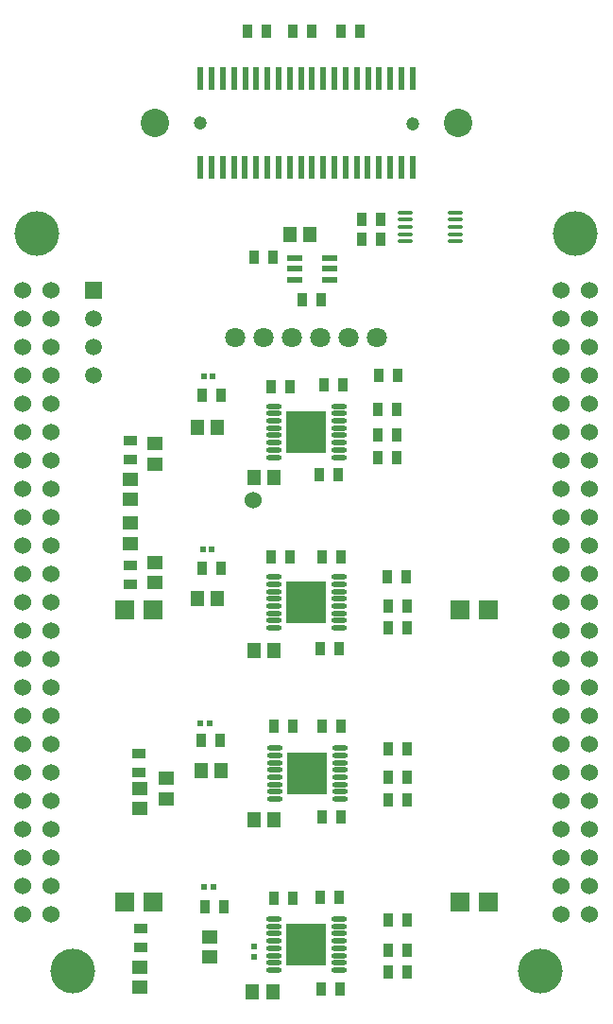
<source format=gbr>
G04 Layer_Color=255*
%FSLAX26Y26*%
%MOIN*%
%TF.FileFunction,Pads,Bot*%
%TF.Part,Single*%
G01*
G75*
%TA.AperFunction,SMDPad,CuDef*%
%ADD11R,0.033465X0.051181*%
%TA.AperFunction,ComponentPad*%
%ADD13C,0.157480*%
%ADD14C,0.060000*%
%TA.AperFunction,ViaPad*%
%ADD15C,0.060000*%
%TA.AperFunction,ComponentPad*%
%ADD16C,0.100000*%
%ADD17C,0.047000*%
%ADD18R,0.059055X0.059055*%
%ADD19C,0.059055*%
%ADD20R,0.070866X0.070866*%
%ADD21C,0.070866*%
%TA.AperFunction,SMDPad,CuDef*%
%ADD24R,0.057087X0.045276*%
%ADD25R,0.051181X0.033465*%
%ADD26R,0.020472X0.020472*%
%ADD27O,0.055118X0.017716*%
%ADD28R,0.143701X0.145669*%
%ADD29R,0.024000X0.078740*%
%ADD30R,0.045276X0.057087*%
%ADD31O,0.053150X0.015748*%
%ADD32R,0.055118X0.021654*%
%ADD33R,0.024409X0.024409*%
D11*
X1188536Y-2219976D02*
D03*
X1255464D02*
D03*
X531636Y-980000D02*
D03*
X598564D02*
D03*
X1096535Y180000D02*
D03*
X1163465D02*
D03*
X1163465Y250000D02*
D03*
X1096535D02*
D03*
X691780Y914000D02*
D03*
X758708D02*
D03*
X851780D02*
D03*
X918708D02*
D03*
X1021780D02*
D03*
X1088708D02*
D03*
X1253464Y-1010000D02*
D03*
X1186536D02*
D03*
X1222000Y-300000D02*
D03*
X1155070D02*
D03*
X843464Y-340000D02*
D03*
X776536D02*
D03*
X786536Y-1536000D02*
D03*
X853464D02*
D03*
X594756Y-1586000D02*
D03*
X527826D02*
D03*
X1188536Y-1716000D02*
D03*
X1255464D02*
D03*
X956536Y-1856000D02*
D03*
X1023464D02*
D03*
X1013464Y-650000D02*
D03*
X946536D02*
D03*
X1153070Y-590000D02*
D03*
X1220000D02*
D03*
Y-420000D02*
D03*
X1153070D02*
D03*
X531636Y-370000D02*
D03*
X598564D02*
D03*
X1023464Y-1536000D02*
D03*
X956536D02*
D03*
X1188536Y-1189568D02*
D03*
X1255464D02*
D03*
X1220000Y-509796D02*
D03*
X1153070D02*
D03*
X1188536Y-1616000D02*
D03*
X1255464D02*
D03*
X1014159Y-1264008D02*
D03*
X947231D02*
D03*
X956536Y-940000D02*
D03*
X1023464D02*
D03*
X843464D02*
D03*
X776536D02*
D03*
X1255464Y-2403960D02*
D03*
X1188536D02*
D03*
Y-2326000D02*
D03*
X1255464D02*
D03*
X960183Y-334008D02*
D03*
X1027111D02*
D03*
X1255464Y-1796000D02*
D03*
X1188536D02*
D03*
X951566Y-2461442D02*
D03*
X1018496D02*
D03*
X1013780Y-2140646D02*
D03*
X946850D02*
D03*
X786536Y-2141000D02*
D03*
X853464D02*
D03*
X608496Y-2171442D02*
D03*
X541566D02*
D03*
X1255464Y-1112796D02*
D03*
X1188536D02*
D03*
X714016Y115992D02*
D03*
X780945D02*
D03*
X950945Y-34008D02*
D03*
X884016D02*
D03*
D13*
X1850000Y200000D02*
D03*
X-50000D02*
D03*
X75000Y-2400000D02*
D03*
X1725000D02*
D03*
D14*
X1800000Y0D02*
D03*
Y-100000D02*
D03*
Y-200000D02*
D03*
Y-300000D02*
D03*
Y-400000D02*
D03*
Y-500000D02*
D03*
Y-600000D02*
D03*
Y-700000D02*
D03*
Y-800000D02*
D03*
Y-900000D02*
D03*
Y-1000000D02*
D03*
Y-1100000D02*
D03*
Y-1200000D02*
D03*
Y-1300000D02*
D03*
Y-1400000D02*
D03*
Y-1500000D02*
D03*
Y-1600000D02*
D03*
Y-1700000D02*
D03*
Y-1800000D02*
D03*
Y-1900000D02*
D03*
Y-2000000D02*
D03*
Y-2100000D02*
D03*
Y-2200000D02*
D03*
X1900000Y-100000D02*
D03*
Y-200000D02*
D03*
Y-300000D02*
D03*
Y-400000D02*
D03*
Y-500000D02*
D03*
Y-600000D02*
D03*
Y-700000D02*
D03*
Y-800000D02*
D03*
Y-900000D02*
D03*
Y-1000000D02*
D03*
Y-1100000D02*
D03*
Y-1200000D02*
D03*
Y-1300000D02*
D03*
Y-1400000D02*
D03*
Y-1500000D02*
D03*
Y-1600000D02*
D03*
Y-1700000D02*
D03*
Y-1800000D02*
D03*
Y-1900000D02*
D03*
Y-2000000D02*
D03*
Y-2100000D02*
D03*
Y-2200000D02*
D03*
X0Y0D02*
D03*
X-100000D02*
D03*
Y-100000D02*
D03*
Y-200000D02*
D03*
Y-300000D02*
D03*
Y-400000D02*
D03*
Y-500000D02*
D03*
Y-600000D02*
D03*
Y-700000D02*
D03*
Y-800000D02*
D03*
Y-900000D02*
D03*
Y-1000000D02*
D03*
Y-1100000D02*
D03*
Y-1200000D02*
D03*
Y-1300000D02*
D03*
Y-1400000D02*
D03*
Y-1500000D02*
D03*
Y-1600000D02*
D03*
Y-1700000D02*
D03*
Y-1800000D02*
D03*
Y-1900000D02*
D03*
Y-2000000D02*
D03*
Y-2100000D02*
D03*
Y-2200000D02*
D03*
X0Y-100000D02*
D03*
Y-200000D02*
D03*
Y-300000D02*
D03*
Y-400000D02*
D03*
Y-500000D02*
D03*
Y-600000D02*
D03*
Y-700000D02*
D03*
Y-800000D02*
D03*
Y-900000D02*
D03*
Y-1000000D02*
D03*
Y-1100000D02*
D03*
Y-1200000D02*
D03*
Y-1300000D02*
D03*
Y-1400000D02*
D03*
Y-1500000D02*
D03*
Y-1600000D02*
D03*
Y-1700000D02*
D03*
Y-1800000D02*
D03*
Y-1900000D02*
D03*
Y-2000000D02*
D03*
Y-2100000D02*
D03*
Y-2200000D02*
D03*
X1900000Y0D02*
D03*
D15*
X711614Y-740000D02*
D03*
D16*
X1436200Y590000D02*
D03*
X363800D02*
D03*
D17*
X525700D02*
D03*
X1274300Y588400D02*
D03*
D18*
X150000Y0D02*
D03*
D19*
Y-100000D02*
D03*
Y-200000D02*
D03*
Y-300000D02*
D03*
D20*
X1440551Y-2156000D02*
D03*
X1540551D02*
D03*
X359449D02*
D03*
X259449D02*
D03*
Y-1124897D02*
D03*
X359449D02*
D03*
X1440551D02*
D03*
X1540551D02*
D03*
D21*
X1150000Y-166000D02*
D03*
X1050000D02*
D03*
X950000D02*
D03*
X850000D02*
D03*
X750000D02*
D03*
X650000D02*
D03*
D24*
X280000Y-664568D02*
D03*
Y-735434D02*
D03*
X363800Y-540568D02*
D03*
Y-611434D02*
D03*
X280000Y-891432D02*
D03*
Y-820566D02*
D03*
X363800Y-1030188D02*
D03*
Y-959322D02*
D03*
X311856Y-1825745D02*
D03*
Y-1754879D02*
D03*
X405032Y-1791434D02*
D03*
Y-1720568D02*
D03*
X311856Y-2456874D02*
D03*
Y-2386008D02*
D03*
X557315Y-2350339D02*
D03*
Y-2279473D02*
D03*
D25*
X280000Y-1037078D02*
D03*
Y-970150D02*
D03*
X310000Y-1699464D02*
D03*
Y-1632536D02*
D03*
X315032Y-2314906D02*
D03*
Y-2247976D02*
D03*
X280000Y-528694D02*
D03*
Y-595622D02*
D03*
D26*
X537047Y-304008D02*
D03*
X568543D02*
D03*
X534976Y-914008D02*
D03*
X566471D02*
D03*
X557314Y-1526000D02*
D03*
X525818D02*
D03*
X570780Y-2103960D02*
D03*
X539284D02*
D03*
D27*
X1016142Y-1010434D02*
D03*
Y-1036024D02*
D03*
Y-1061614D02*
D03*
Y-1087204D02*
D03*
Y-1112796D02*
D03*
Y-1138386D02*
D03*
Y-1163976D02*
D03*
Y-1189568D02*
D03*
X783858Y-1010434D02*
D03*
Y-1036024D02*
D03*
Y-1061614D02*
D03*
Y-1087204D02*
D03*
Y-1112796D02*
D03*
Y-1138386D02*
D03*
Y-1163976D02*
D03*
Y-1189568D02*
D03*
X786858Y-1792568D02*
D03*
Y-1766976D02*
D03*
Y-1741386D02*
D03*
Y-1715796D02*
D03*
Y-1690204D02*
D03*
Y-1664614D02*
D03*
Y-1639024D02*
D03*
Y-1613434D02*
D03*
X1019142Y-1792568D02*
D03*
Y-1766976D02*
D03*
Y-1741386D02*
D03*
Y-1715796D02*
D03*
Y-1690204D02*
D03*
Y-1664614D02*
D03*
Y-1639024D02*
D03*
Y-1613434D02*
D03*
X783858Y-2395568D02*
D03*
Y-2369976D02*
D03*
Y-2344386D02*
D03*
Y-2318796D02*
D03*
Y-2293204D02*
D03*
Y-2267614D02*
D03*
Y-2242024D02*
D03*
Y-2216434D02*
D03*
X1016142Y-2395568D02*
D03*
Y-2369976D02*
D03*
Y-2344386D02*
D03*
Y-2318796D02*
D03*
Y-2293204D02*
D03*
Y-2267614D02*
D03*
Y-2242024D02*
D03*
Y-2216434D02*
D03*
Y-408614D02*
D03*
Y-434204D02*
D03*
Y-459796D02*
D03*
Y-485386D02*
D03*
Y-510976D02*
D03*
Y-536568D02*
D03*
Y-562158D02*
D03*
Y-587748D02*
D03*
X783858Y-408614D02*
D03*
Y-434204D02*
D03*
Y-459796D02*
D03*
Y-485386D02*
D03*
Y-510976D02*
D03*
Y-536568D02*
D03*
Y-562158D02*
D03*
Y-587748D02*
D03*
D28*
X900000Y-1100000D02*
D03*
X903000Y-1703000D02*
D03*
X900000Y-2306000D02*
D03*
Y-498182D02*
D03*
D29*
X526088Y747360D02*
D03*
X565488D02*
D03*
X604888D02*
D03*
X644288D02*
D03*
X683688D02*
D03*
X723088D02*
D03*
X762488D02*
D03*
X801888D02*
D03*
X841288D02*
D03*
X880688D02*
D03*
X920088D02*
D03*
X959488D02*
D03*
X998888D02*
D03*
X1038288D02*
D03*
X1077688D02*
D03*
X1117088D02*
D03*
X1156488D02*
D03*
X1195888D02*
D03*
X1235288D02*
D03*
X1274688D02*
D03*
X525700Y432640D02*
D03*
X565100D02*
D03*
X604500D02*
D03*
X643900D02*
D03*
X683300D02*
D03*
X722700D02*
D03*
X762100D02*
D03*
X801500D02*
D03*
X840900D02*
D03*
X880300D02*
D03*
X919700D02*
D03*
X959100D02*
D03*
X998500D02*
D03*
X1037900D02*
D03*
X1077300D02*
D03*
X1116700D02*
D03*
X1156100D02*
D03*
X1195500D02*
D03*
X1234900D02*
D03*
X1274300D02*
D03*
D30*
X527566Y-1691000D02*
D03*
X598432D02*
D03*
X714566Y-1866000D02*
D03*
X785432D02*
D03*
X585432Y-484204D02*
D03*
X514566D02*
D03*
X785432Y-660000D02*
D03*
X714566D02*
D03*
X585432Y-1087204D02*
D03*
X514566D02*
D03*
X785432Y-1270000D02*
D03*
X714566D02*
D03*
X709598Y-2471442D02*
D03*
X780464D02*
D03*
X842047Y195992D02*
D03*
X912913D02*
D03*
D31*
X1247078Y172818D02*
D03*
Y198410D02*
D03*
Y224000D02*
D03*
Y249590D02*
D03*
Y275180D02*
D03*
X1426212Y172818D02*
D03*
Y198410D02*
D03*
Y224000D02*
D03*
Y249590D02*
D03*
Y275180D02*
D03*
D32*
X980984Y38590D02*
D03*
Y75992D02*
D03*
Y113394D02*
D03*
X856968D02*
D03*
Y75992D02*
D03*
Y38590D02*
D03*
D33*
X714566Y-2347716D02*
D03*
Y-2312283D02*
D03*
%TF.MD5,54f182ea21a21f4ee31a07e55a822724*%
M02*

</source>
